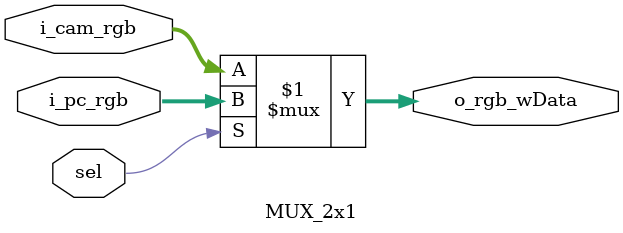
<source format=sv>
`timescale 1ns / 1ps

module MUX_2x1 #(
    parameter RGB_WIDTH = 24
) (
    input  logic [RGB_WIDTH-1:0] i_cam_rgb,
    input  logic [RGB_WIDTH-1:0] i_pc_rgb,
    input  logic                 sel,
    output logic [RGB_WIDTH-1:0] o_rgb_wData
);
    assign o_rgb_wData = sel ? i_pc_rgb : i_cam_rgb;
    
endmodule
</source>
